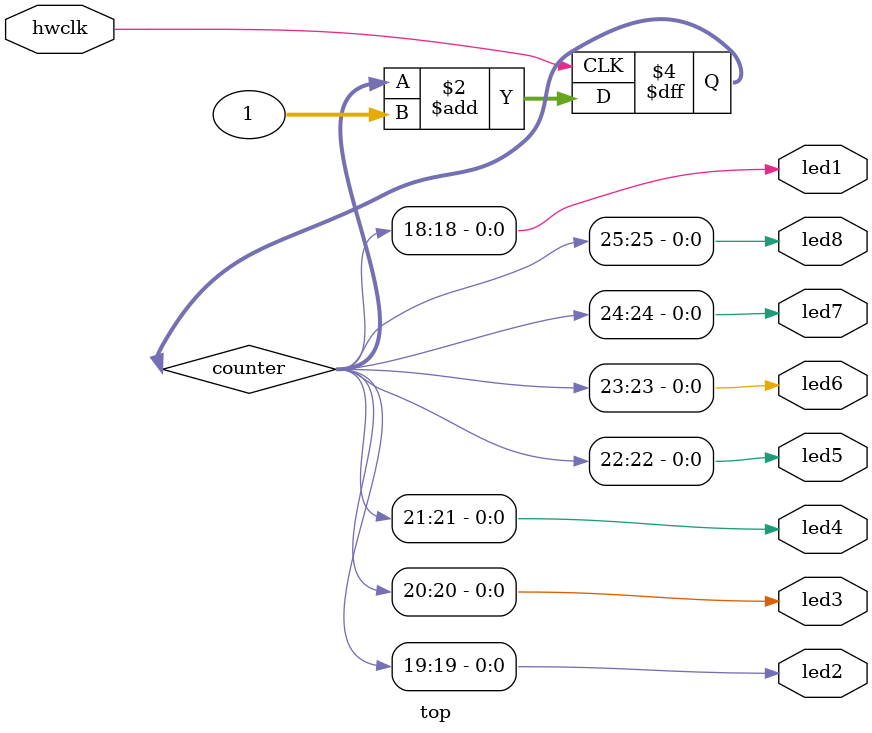
<source format=v>

/* module */
module top (hwclk, led1, led2, led3, led4, led5, led6, led7, led8 );
    /* I/O */
    input hwclk;
    output led1;
    output led2;
    output led3;
    output led4;
    output led5;
    output led6;
    output led7;
    output led8;

    /* Counter register */
    reg [31:0] counter = 32'b0;

    /* LED drivers */
    assign led1 = counter[18];
    assign led2 = counter[19];
    assign led3 = counter[20];
    assign led4 = counter[21];
    assign led5 = counter[22];
    assign led6 = counter[23];
    assign led7 = counter[24];
    assign led8 = counter[25];

    /* always */
    always @ (posedge hwclk) begin
        counter <= counter + 1;
    end

endmodule
</source>
